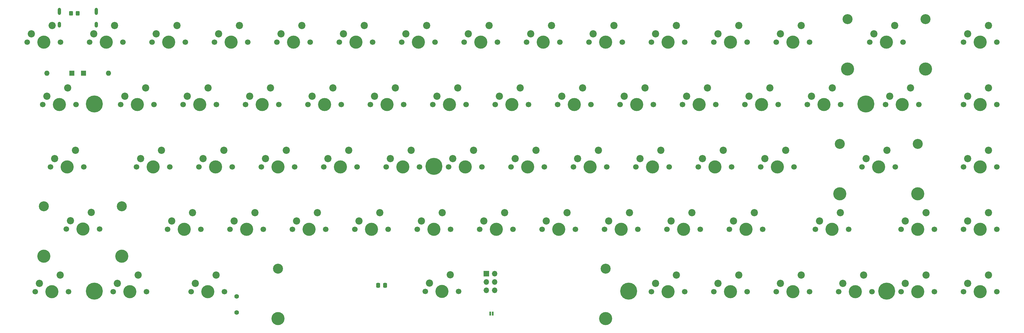
<source format=gbr>
%TF.GenerationSoftware,KiCad,Pcbnew,(6.0.2)*%
%TF.CreationDate,2022-06-02T21:34:10-05:00*%
%TF.ProjectId,65Percent,36355065-7263-4656-9e74-2e6b69636164,rev?*%
%TF.SameCoordinates,Original*%
%TF.FileFunction,Soldermask,Top*%
%TF.FilePolarity,Negative*%
%FSLAX46Y46*%
G04 Gerber Fmt 4.6, Leading zero omitted, Abs format (unit mm)*
G04 Created by KiCad (PCBNEW (6.0.2)) date 2022-06-02 21:34:10*
%MOMM*%
%LPD*%
G01*
G04 APERTURE LIST*
G04 Aperture macros list*
%AMRoundRect*
0 Rectangle with rounded corners*
0 $1 Rounding radius*
0 $2 $3 $4 $5 $6 $7 $8 $9 X,Y pos of 4 corners*
0 Add a 4 corners polygon primitive as box body*
4,1,4,$2,$3,$4,$5,$6,$7,$8,$9,$2,$3,0*
0 Add four circle primitives for the rounded corners*
1,1,$1+$1,$2,$3*
1,1,$1+$1,$4,$5*
1,1,$1+$1,$6,$7*
1,1,$1+$1,$8,$9*
0 Add four rect primitives between the rounded corners*
20,1,$1+$1,$2,$3,$4,$5,0*
20,1,$1+$1,$4,$5,$6,$7,0*
20,1,$1+$1,$6,$7,$8,$9,0*
20,1,$1+$1,$8,$9,$2,$3,0*%
G04 Aperture macros list end*
%ADD10C,4.000000*%
%ADD11C,1.700000*%
%ADD12C,2.200000*%
%ADD13R,0.600000X1.200000*%
%ADD14C,5.200000*%
%ADD15C,3.050000*%
%ADD16RoundRect,0.250000X0.325000X0.450000X-0.325000X0.450000X-0.325000X-0.450000X0.325000X-0.450000X0*%
%ADD17R,1.600000X1.600000*%
%ADD18O,1.600000X1.600000*%
%ADD19R,1.700000X1.700000*%
%ADD20O,1.700000X1.700000*%
%ADD21RoundRect,0.250000X-0.337500X-0.475000X0.337500X-0.475000X0.337500X0.475000X-0.337500X0.475000X0*%
%ADD22O,1.000000X2.200000*%
%ADD23O,1.000000X1.800000*%
%ADD24C,1.400000*%
G04 APERTURE END LIST*
D10*
%TO.C,K22*%
X171881800Y-132715000D03*
D11*
X176961800Y-132715000D03*
X166801800Y-132715000D03*
D12*
X174421800Y-127635000D03*
X168071800Y-130175000D03*
%TD*%
D11*
%TO.C,K8*%
X129336800Y-113665000D03*
D10*
X124256800Y-113665000D03*
D11*
X119176800Y-113665000D03*
D12*
X126796800Y-108585000D03*
X120446800Y-111125000D03*
%TD*%
D10*
%TO.C,K37*%
X243332000Y-170815000D03*
D11*
X248412000Y-170815000D03*
X238252000Y-170815000D03*
D12*
X245872000Y-165735000D03*
X239522000Y-168275000D03*
%TD*%
D11*
%TO.C,K20*%
X172212000Y-170815000D03*
X162052000Y-170815000D03*
D10*
X167132000Y-170815000D03*
D12*
X169672000Y-165735000D03*
X163322000Y-168275000D03*
%TD*%
D10*
%TO.C,K53*%
X305231800Y-132715000D03*
D11*
X310311800Y-132715000D03*
X300151800Y-132715000D03*
D12*
X307771800Y-127635000D03*
X301421800Y-130175000D03*
%TD*%
D13*
%TO.C,JP1*%
X222358000Y-196596000D03*
X223158000Y-196596000D03*
%TD*%
D11*
%TO.C,K45*%
X276352000Y-170815000D03*
D10*
X281432000Y-170815000D03*
D11*
X286512000Y-170815000D03*
D12*
X283972000Y-165735000D03*
X277622000Y-168275000D03*
%TD*%
D11*
%TO.C,K27*%
X190601600Y-151765000D03*
X200761600Y-151765000D03*
D10*
X195681600Y-151765000D03*
D12*
X198221600Y-146685000D03*
X191871600Y-149225000D03*
%TD*%
D10*
%TO.C,K39*%
X248081800Y-132715000D03*
D11*
X253161800Y-132715000D03*
X243001800Y-132715000D03*
D12*
X250621800Y-127635000D03*
X244271800Y-130175000D03*
%TD*%
D10*
%TO.C,K25*%
X200456800Y-113665000D03*
D11*
X205536800Y-113665000D03*
X195376800Y-113665000D03*
D12*
X202996800Y-108585000D03*
X196646800Y-111125000D03*
%TD*%
D11*
%TO.C,K42*%
X281736800Y-113665000D03*
X271576800Y-113665000D03*
D10*
X276656800Y-113665000D03*
D12*
X279196800Y-108585000D03*
X272846800Y-111125000D03*
%TD*%
D14*
%TO.C,REF\u002A\u002A*%
X343408000Y-189738000D03*
%TD*%
D11*
%TO.C,K43*%
X262051800Y-132715000D03*
D10*
X267131800Y-132715000D03*
D11*
X272211800Y-132715000D03*
D12*
X269671800Y-127635000D03*
X263321800Y-130175000D03*
%TD*%
D11*
%TO.C,K38*%
X252526800Y-113665000D03*
D10*
X257606800Y-113665000D03*
D11*
X262686800Y-113665000D03*
D12*
X260146800Y-108585000D03*
X253796800Y-111125000D03*
%TD*%
D11*
%TO.C,K11*%
X123952000Y-170815000D03*
D10*
X129032000Y-170815000D03*
D11*
X134112000Y-170815000D03*
D12*
X131572000Y-165735000D03*
X125222000Y-168275000D03*
%TD*%
D10*
%TO.C,K60*%
X355231800Y-121905000D03*
D11*
X338251800Y-113665000D03*
D15*
X355231800Y-106665000D03*
D10*
X331431800Y-121905000D03*
X343331800Y-113665000D03*
D15*
X331431800Y-106665000D03*
D11*
X348411800Y-113665000D03*
D12*
X345871800Y-108585000D03*
X339521800Y-111125000D03*
%TD*%
D10*
%TO.C,K34*%
X238556800Y-113665000D03*
D11*
X233476800Y-113665000D03*
X243636800Y-113665000D03*
D12*
X241096800Y-108585000D03*
X234746800Y-111125000D03*
%TD*%
D11*
%TO.C,K59*%
X328726800Y-189865000D03*
X338886800Y-189865000D03*
D10*
X333806800Y-189865000D03*
D12*
X336346800Y-184785000D03*
X329996800Y-187325000D03*
%TD*%
D11*
%TO.C,K7*%
X107314300Y-189865000D03*
D10*
X112394300Y-189865000D03*
D11*
X117474300Y-189865000D03*
D12*
X114934300Y-184785000D03*
X108584300Y-187325000D03*
%TD*%
D16*
%TO.C,F1*%
X96529000Y-104902000D03*
X94479000Y-104902000D03*
%TD*%
D11*
%TO.C,K47*%
X300786800Y-113665000D03*
X290626800Y-113665000D03*
D10*
X295706800Y-113665000D03*
D12*
X298246800Y-108585000D03*
X291896800Y-111125000D03*
%TD*%
D10*
%TO.C,K54*%
X309981600Y-151765000D03*
D11*
X304901600Y-151765000D03*
X315061600Y-151765000D03*
D12*
X312521600Y-146685000D03*
X306171600Y-149225000D03*
%TD*%
D15*
%TO.C,K4*%
X109959300Y-163804600D03*
D10*
X98059300Y-170804600D03*
X86159300Y-179044600D03*
D11*
X92979300Y-170804600D03*
D15*
X86159300Y-163804600D03*
D11*
X103139300Y-170804600D03*
D10*
X109959300Y-179044600D03*
D12*
X100599300Y-165724600D03*
X94249300Y-168264600D03*
%TD*%
D10*
%TO.C,K57*%
X329031600Y-160005000D03*
D15*
X352831600Y-144765000D03*
D10*
X352831600Y-160005000D03*
X340931600Y-151765000D03*
D15*
X329031600Y-144765000D03*
D11*
X346011600Y-151765000D03*
X335851600Y-151765000D03*
D12*
X343471600Y-146685000D03*
X337121600Y-149225000D03*
%TD*%
D11*
%TO.C,K46*%
X281736800Y-189865000D03*
X271576800Y-189865000D03*
D10*
X276656800Y-189865000D03*
D12*
X279196800Y-184785000D03*
X272846800Y-187325000D03*
%TD*%
D11*
%TO.C,K65*%
X366826800Y-132715000D03*
D10*
X371906800Y-132715000D03*
D11*
X376986800Y-132715000D03*
D12*
X374446800Y-127635000D03*
X368096800Y-130175000D03*
%TD*%
D11*
%TO.C,K30*%
X214426800Y-113665000D03*
X224586800Y-113665000D03*
D10*
X219506800Y-113665000D03*
D12*
X222046800Y-108585000D03*
X215696800Y-111125000D03*
%TD*%
D11*
%TO.C,K44*%
X266801600Y-151765000D03*
D10*
X271881600Y-151765000D03*
D11*
X276961600Y-151765000D03*
D12*
X274421600Y-146685000D03*
X268071600Y-149225000D03*
%TD*%
D11*
%TO.C,K19*%
X162661600Y-151765000D03*
D10*
X157581600Y-151765000D03*
D11*
X152501600Y-151765000D03*
D12*
X160121600Y-146685000D03*
X153771600Y-149225000D03*
%TD*%
D11*
%TO.C,K61*%
X343001600Y-132715000D03*
X353161600Y-132715000D03*
D10*
X348081600Y-132715000D03*
D12*
X350621600Y-127635000D03*
X344271600Y-130175000D03*
%TD*%
D10*
%TO.C,K64*%
X371906800Y-113665000D03*
D11*
X376986800Y-113665000D03*
X366826800Y-113665000D03*
D12*
X374446800Y-108585000D03*
X368096800Y-111125000D03*
%TD*%
D14*
%TO.C,REF\u002A\u002A*%
X337058000Y-132588000D03*
%TD*%
D10*
%TO.C,K67*%
X371906800Y-170815000D03*
D11*
X376986800Y-170815000D03*
X366826800Y-170815000D03*
D12*
X374446800Y-165735000D03*
X368096800Y-168275000D03*
%TD*%
D11*
%TO.C,K50*%
X305562000Y-170815000D03*
D10*
X300482000Y-170815000D03*
D11*
X295402000Y-170815000D03*
D12*
X303022000Y-165735000D03*
X296672000Y-168275000D03*
%TD*%
D11*
%TO.C,K16*%
X131118050Y-189865000D03*
X141278050Y-189865000D03*
D10*
X136198050Y-189865000D03*
D12*
X138738050Y-184785000D03*
X132388050Y-187325000D03*
%TD*%
D14*
%TO.C,REF\u002A\u002A*%
X264668000Y-189738000D03*
%TD*%
D17*
%TO.C,D1*%
X94742000Y-123190000D03*
D18*
X87122000Y-123190000D03*
%TD*%
D10*
%TO.C,K3*%
X93278050Y-151765000D03*
D11*
X98358050Y-151765000D03*
X88198050Y-151765000D03*
D12*
X95818050Y-146685000D03*
X89468050Y-149225000D03*
%TD*%
D11*
%TO.C,K41*%
X267462000Y-170815000D03*
X257302000Y-170815000D03*
D10*
X262382000Y-170815000D03*
D12*
X264922000Y-165735000D03*
X258572000Y-168275000D03*
%TD*%
D11*
%TO.C,K55*%
X319836800Y-189865000D03*
X309676800Y-189865000D03*
D10*
X314756800Y-189865000D03*
D12*
X317296800Y-184785000D03*
X310946800Y-187325000D03*
%TD*%
D11*
%TO.C,K13*%
X138861800Y-132715000D03*
D10*
X133781800Y-132715000D03*
D11*
X128701800Y-132715000D03*
D12*
X136321800Y-127635000D03*
X129971800Y-130175000D03*
%TD*%
D11*
%TO.C,K15*%
X153162000Y-170815000D03*
X143002000Y-170815000D03*
D10*
X148082000Y-170815000D03*
D12*
X150622000Y-165735000D03*
X144272000Y-168275000D03*
%TD*%
D10*
%TO.C,K40*%
X252831600Y-151765000D03*
D11*
X257911600Y-151765000D03*
X247751600Y-151765000D03*
D12*
X255371600Y-146685000D03*
X249021600Y-149225000D03*
%TD*%
D10*
%TO.C,K18*%
X152831800Y-132715000D03*
D11*
X147751800Y-132715000D03*
X157911800Y-132715000D03*
D12*
X155371800Y-127635000D03*
X149021800Y-130175000D03*
%TD*%
D11*
%TO.C,K2*%
X85852000Y-132715000D03*
X96012000Y-132715000D03*
D10*
X90932000Y-132715000D03*
D12*
X93472000Y-127635000D03*
X87122000Y-130175000D03*
%TD*%
D11*
%TO.C,K35*%
X234111800Y-132715000D03*
X223951800Y-132715000D03*
D10*
X229031800Y-132715000D03*
D12*
X231571800Y-127635000D03*
X225221800Y-130175000D03*
%TD*%
D11*
%TO.C,K17*%
X157276800Y-113665000D03*
D10*
X162356800Y-113665000D03*
D11*
X167436800Y-113665000D03*
D12*
X164896800Y-108585000D03*
X158546800Y-111125000D03*
%TD*%
D11*
%TO.C,K52*%
X309676800Y-113665000D03*
X319836800Y-113665000D03*
D10*
X314756800Y-113665000D03*
D12*
X317296800Y-108585000D03*
X310946800Y-111125000D03*
%TD*%
D10*
%TO.C,K1*%
X86156800Y-113665000D03*
D11*
X91236800Y-113665000D03*
X81076800Y-113665000D03*
D12*
X88696800Y-108585000D03*
X82346800Y-111125000D03*
%TD*%
D11*
%TO.C,K23*%
X171551600Y-151765000D03*
D10*
X176631600Y-151765000D03*
D11*
X181711600Y-151765000D03*
D12*
X179171600Y-146685000D03*
X172821600Y-149225000D03*
%TD*%
D11*
%TO.C,K12*%
X138226800Y-113665000D03*
X148386800Y-113665000D03*
D10*
X143306800Y-113665000D03*
D12*
X145846800Y-108585000D03*
X139496800Y-111125000D03*
%TD*%
D19*
%TO.C,J1*%
X221234000Y-184404000D03*
D20*
X223774000Y-184404000D03*
X221234000Y-186944000D03*
X223774000Y-186944000D03*
X221234000Y-189484000D03*
X223774000Y-189484000D03*
%TD*%
D10*
%TO.C,K29*%
X257621800Y-198094600D03*
D11*
X202541800Y-189854600D03*
D15*
X157621800Y-182854600D03*
D11*
X212701800Y-189854600D03*
D10*
X157621800Y-198094600D03*
D15*
X257621800Y-182854600D03*
D10*
X207621800Y-189854600D03*
D12*
X210161800Y-184774600D03*
X203811800Y-187314600D03*
%TD*%
D14*
%TO.C,REF\u002A\u002A*%
X101600000Y-189738000D03*
%TD*%
D11*
%TO.C,K66*%
X366826800Y-151765000D03*
D10*
X371906800Y-151765000D03*
D11*
X376986800Y-151765000D03*
D12*
X374446800Y-146685000D03*
X368096800Y-149225000D03*
%TD*%
D10*
%TO.C,K56*%
X324281800Y-132715000D03*
D11*
X319201800Y-132715000D03*
X329361800Y-132715000D03*
D12*
X326821800Y-127635000D03*
X320471800Y-130175000D03*
%TD*%
D21*
%TO.C,C5*%
X188192500Y-187960000D03*
X190267500Y-187960000D03*
%TD*%
D10*
%TO.C,K24*%
X186182000Y-170815000D03*
D11*
X181102000Y-170815000D03*
X191262000Y-170815000D03*
D12*
X188722000Y-165735000D03*
X182372000Y-168275000D03*
%TD*%
D11*
%TO.C,K48*%
X291261800Y-132715000D03*
D10*
X286181800Y-132715000D03*
D11*
X281101800Y-132715000D03*
D12*
X288721800Y-127635000D03*
X282371800Y-130175000D03*
%TD*%
D10*
%TO.C,K49*%
X290931600Y-151765000D03*
D11*
X285851600Y-151765000D03*
X296011600Y-151765000D03*
D12*
X293471600Y-146685000D03*
X287121600Y-149225000D03*
%TD*%
D14*
%TO.C,REF\u002A\u002A*%
X205232000Y-151638000D03*
%TD*%
%TO.C,REF\u002A\u002A*%
X101600000Y-132588000D03*
%TD*%
D10*
%TO.C,K10*%
X119481600Y-151765000D03*
D11*
X114401600Y-151765000D03*
X124561600Y-151765000D03*
D12*
X122021600Y-146685000D03*
X115671600Y-149225000D03*
%TD*%
D11*
%TO.C,K58*%
X331749400Y-170815000D03*
D10*
X326669400Y-170815000D03*
D11*
X321589400Y-170815000D03*
D12*
X329209400Y-165735000D03*
X322859400Y-168275000D03*
%TD*%
D11*
%TO.C,K33*%
X229362000Y-170815000D03*
X219202000Y-170815000D03*
D10*
X224282000Y-170815000D03*
D12*
X226822000Y-165735000D03*
X220472000Y-168275000D03*
%TD*%
D11*
%TO.C,K21*%
X176326800Y-113665000D03*
D10*
X181406800Y-113665000D03*
D11*
X186486800Y-113665000D03*
D12*
X183946800Y-108585000D03*
X177596800Y-111125000D03*
%TD*%
D11*
%TO.C,K62*%
X347776800Y-170815000D03*
X357936800Y-170815000D03*
D10*
X352856800Y-170815000D03*
D12*
X355396800Y-165735000D03*
X349046800Y-168275000D03*
%TD*%
D17*
%TO.C,D2*%
X98298000Y-123190000D03*
D18*
X105918000Y-123190000D03*
%TD*%
D10*
%TO.C,K63*%
X352856800Y-189865000D03*
D11*
X347776800Y-189865000D03*
X357936800Y-189865000D03*
D12*
X355396800Y-184785000D03*
X349046800Y-187325000D03*
%TD*%
D10*
%TO.C,K36*%
X233781600Y-151765000D03*
D11*
X228701600Y-151765000D03*
X238861600Y-151765000D03*
D12*
X236321600Y-146685000D03*
X229971600Y-149225000D03*
%TD*%
D11*
%TO.C,K28*%
X210312000Y-170815000D03*
D10*
X205232000Y-170815000D03*
D11*
X200152000Y-170815000D03*
D12*
X207772000Y-165735000D03*
X201422000Y-168275000D03*
%TD*%
D10*
%TO.C,K32*%
X214731600Y-151765000D03*
D11*
X209651600Y-151765000D03*
X219811600Y-151765000D03*
D12*
X217271600Y-146685000D03*
X210921600Y-149225000D03*
%TD*%
D11*
%TO.C,K5*%
X83510550Y-189865000D03*
X93670550Y-189865000D03*
D10*
X88590550Y-189865000D03*
D12*
X91130550Y-184785000D03*
X84780550Y-187325000D03*
%TD*%
D11*
%TO.C,K31*%
X215061800Y-132715000D03*
X204901800Y-132715000D03*
D10*
X209981800Y-132715000D03*
D12*
X212521800Y-127635000D03*
X206171800Y-130175000D03*
%TD*%
D11*
%TO.C,K6*%
X110286800Y-113665000D03*
X100126800Y-113665000D03*
D10*
X105206800Y-113665000D03*
D12*
X107746800Y-108585000D03*
X101396800Y-111125000D03*
%TD*%
D11*
%TO.C,K14*%
X133451600Y-151765000D03*
D10*
X138531600Y-151765000D03*
D11*
X143611600Y-151765000D03*
D12*
X141071600Y-146685000D03*
X134721600Y-149225000D03*
%TD*%
D11*
%TO.C,K26*%
X196011800Y-132715000D03*
D10*
X190931800Y-132715000D03*
D11*
X185851800Y-132715000D03*
D12*
X193471800Y-127635000D03*
X187121800Y-130175000D03*
%TD*%
D10*
%TO.C,K68*%
X371906800Y-189865000D03*
D11*
X366826800Y-189865000D03*
X376986800Y-189865000D03*
D12*
X374446800Y-184785000D03*
X368096800Y-187325000D03*
%TD*%
D11*
%TO.C,K9*%
X109651800Y-132715000D03*
X119811800Y-132715000D03*
D10*
X114731800Y-132715000D03*
D12*
X117271800Y-127635000D03*
X110921800Y-130175000D03*
%TD*%
D10*
%TO.C,K51*%
X295706800Y-189865000D03*
D11*
X300786800Y-189865000D03*
X290626800Y-189865000D03*
D12*
X298246800Y-184785000D03*
X291896800Y-187325000D03*
%TD*%
D22*
%TO.C,J2*%
X90900000Y-104332000D03*
X102140000Y-104332000D03*
D23*
X102140000Y-108332000D03*
X90900000Y-108332000D03*
%TD*%
D24*
%TO.C,Y1*%
X145034000Y-196242000D03*
X145034000Y-191362000D03*
%TD*%
M02*

</source>
